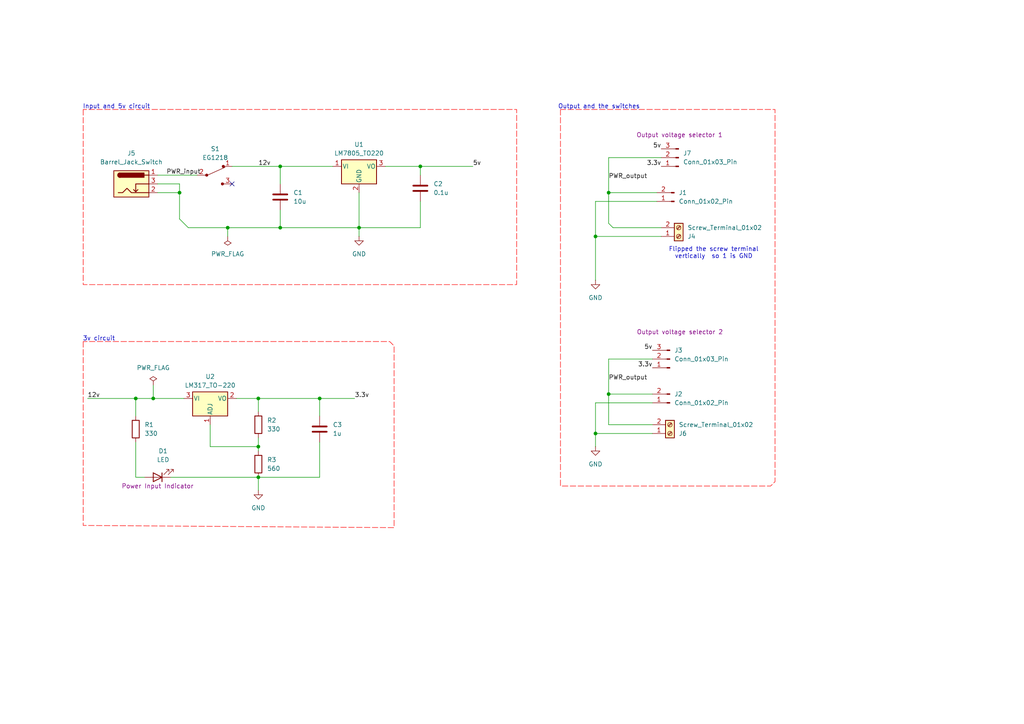
<source format=kicad_sch>
(kicad_sch (version 20250114) (generator "eeschema") (generator_version "9.0")
  (paper "A4")
  (title_block (title "Nurblinks") (date "2025-06-16") (rev "1"))
  (lib_symbols
    (symbol "Connector:Barrel_Jack_Switch" (pin_names (hide yes))
      (property "Reference" "J" (at 0 5.334 0))
      (property "Value" "Barrel_Jack_Switch" (at 0 -5.08 0))
      (symbol "Barrel_Jack_Switch_0_1"
        (rectangle (start -5.08 3.81) (end 5.08 -3.81) (stroke (width 0.254)) (fill (type background)))
        (polyline (pts (xy -3.81 -2.54) (xy -2.54 -2.54) (xy -1.27 -1.27) (xy 0 -2.54) (xy 2.54 -2.54) (xy 5.08 -2.54)) (stroke (width 0.254)))
        (arc (start -3.302 1.905) (mid -3.9343 2.54) (end -3.302 3.175) (stroke (width 0.254)))
        (arc (start -3.302 1.905) (mid -3.9343 2.54) (end -3.302 3.175) (stroke (width 0.254)) (fill (type outline)))
        (polyline (pts (xy 1.27 -2.286) (xy 1.905 -1.651)) (stroke (width 0.254)))
        (rectangle (start 3.683 3.175) (end -3.302 1.905) (stroke (width 0.254)) (fill (type outline)))
        (polyline (pts (xy 5.08 2.54) (xy 3.81 2.54)) (stroke (width 0.254)))
        (polyline (pts (xy 5.08 0) (xy 1.27 0) (xy 1.27 -2.286) (xy 0.635 -1.651)) (stroke (width 0.254)))
      )
      (symbol "Barrel_Jack_Switch_1_1"
        (pin passive line (at 7.62 2.54 180) (length 2.54) (name "~") (number "1"))
        (pin passive line (at 7.62 0 180) (length 2.54) (name "~") (number "3"))
        (pin passive line (at 7.62 -2.54 180) (length 2.54) (name "~") (number "2"))
      )
    )
    (symbol "Connector:Conn_01x02_Pin" (pin_names (offset 1.016) (hide yes))
      (property "Reference" "J" (at 0 2.54 0))
      (property "Value" "Conn_01x02_Pin" (at 0 -5.08 0))
      (symbol "Conn_01x02_Pin_1_1"
        (rectangle (start 0.8636 0.127) (end 0 -0.127) (stroke (width 0.1524)) (fill (type outline)))
        (rectangle (start 0.8636 -2.413) (end 0 -2.667) (stroke (width 0.1524)) (fill (type outline)))
        (polyline (pts (xy 1.27 0) (xy 0.8636 0)) (stroke (width 0.1524)))
        (polyline (pts (xy 1.27 -2.54) (xy 0.8636 -2.54)) (stroke (width 0.1524)))
        (pin passive line (at 5.08 0 180) (length 3.81) (name "Pin_1") (number "1"))
        (pin passive line (at 5.08 -2.54 180) (length 3.81) (name "Pin_2") (number "2"))
      )
    )
    (symbol "Connector:Conn_01x03_Pin" (pin_names (offset 1.016) (hide yes))
      (property "Reference" "J" (at 0 5.08 0))
      (property "Value" "Conn_01x03_Pin" (at 0 -5.08 0))
      (symbol "Conn_01x03_Pin_1_1"
        (rectangle (start 0.8636 2.667) (end 0 2.413) (stroke (width 0.1524)) (fill (type outline)))
        (rectangle (start 0.8636 0.127) (end 0 -0.127) (stroke (width 0.1524)) (fill (type outline)))
        (rectangle (start 0.8636 -2.413) (end 0 -2.667) (stroke (width 0.1524)) (fill (type outline)))
        (polyline (pts (xy 1.27 2.54) (xy 0.8636 2.54)) (stroke (width 0.1524)))
        (polyline (pts (xy 1.27 0) (xy 0.8636 0)) (stroke (width 0.1524)))
        (polyline (pts (xy 1.27 -2.54) (xy 0.8636 -2.54)) (stroke (width 0.1524)))
        (pin passive line (at 5.08 2.54 180) (length 3.81) (name "Pin_1") (number "1"))
        (pin passive line (at 5.08 0 180) (length 3.81) (name "Pin_2") (number "2"))
        (pin passive line (at 5.08 -2.54 180) (length 3.81) (name "Pin_3") (number "3"))
      )
    )
    (symbol "Connector:Screw_Terminal_01x02" (pin_names (offset 1.016) (hide yes))
      (property "Reference" "J" (at 0 2.54 0))
      (property "Value" "Screw_Terminal_01x02" (at 0 -5.08 0))
      (symbol "Screw_Terminal_01x02_1_1"
        (rectangle (start -1.27 1.27) (end 1.27 -3.81) (stroke (width 0.254)) (fill (type background)))
        (polyline (pts (xy -0.5334 0.3302) (xy 0.3302 -0.508)) (stroke (width 0.1524)))
        (polyline (pts (xy -0.5334 -2.2098) (xy 0.3302 -3.048)) (stroke (width 0.1524)))
        (polyline (pts (xy -0.3556 0.508) (xy 0.508 -0.3302)) (stroke (width 0.1524)))
        (polyline (pts (xy -0.3556 -2.032) (xy 0.508 -2.8702)) (stroke (width 0.1524)))
        (circle (center 0 0) (radius 0.635) (stroke (width 0.1524)))
        (circle (center 0 -2.54) (radius 0.635) (stroke (width 0.1524)))
        (pin passive line (at -5.08 0 0) (length 3.81) (name "Pin_1") (number "1"))
        (pin passive line (at -5.08 -2.54 0) (length 3.81) (name "Pin_2") (number "2"))
      )
    )
    (symbol "Device:C" (pin_numbers (hide yes)) (pin_names (offset 0.254))
      (property "Reference" "C" (at 0.635 2.54 0))
      (property "Value" "C" (at 0.635 -2.54 0))
      (symbol "C_0_1"
        (polyline (pts (xy -2.032 0.762) (xy 2.032 0.762)) (stroke (width 0.508)))
        (polyline (pts (xy -2.032 -0.762) (xy 2.032 -0.762)) (stroke (width 0.508)))
      )
      (symbol "C_1_1"
        (pin passive line (at 0 3.81 270) (length 2.794) (name "~") (number "1"))
        (pin passive line (at 0 -3.81 90) (length 2.794) (name "~") (number "2"))
      )
    )
    (symbol "Device:LED" (pin_numbers (hide yes)) (pin_names (offset 1.016) (hide yes))
      (property "Reference" "D" (at 0 2.54 0))
      (property "Value" "LED" (at 0 -2.54 0))
      (symbol "LED_0_1"
        (polyline (pts (xy -3.048 -0.762) (xy -4.572 -2.286) (xy -3.81 -2.286) (xy -4.572 -2.286) (xy -4.572 -1.524)))
        (polyline (pts (xy -1.778 -0.762) (xy -3.302 -2.286) (xy -2.54 -2.286) (xy -3.302 -2.286) (xy -3.302 -1.524)))
        (polyline (pts (xy -1.27 0) (xy 1.27 0)))
        (polyline (pts (xy -1.27 -1.27) (xy -1.27 1.27)) (stroke (width 0.254)))
        (polyline (pts (xy 1.27 -1.27) (xy 1.27 1.27) (xy -1.27 0) (xy 1.27 -1.27)) (stroke (width 0.254)))
      )
      (symbol "LED_1_1"
        (pin passive line (at -3.81 0 0) (length 2.54) (name "K") (number "1"))
        (pin passive line (at 3.81 0 180) (length 2.54) (name "A") (number "2"))
      )
    )
    (symbol "Device:R" (pin_numbers (hide yes)) (pin_names (offset 0))
      (property "Reference" "R" (at 2.032 0 90))
      (property "Value" "R" (at 0 0 90))
      (symbol "R_0_1"
        (rectangle (start -1.016 -2.54) (end 1.016 2.54) (stroke (width 0.254)))
      )
      (symbol "R_1_1"
        (pin passive line (at 0 3.81 270) (length 1.27) (name "~") (number "1"))
        (pin passive line (at 0 -3.81 90) (length 1.27) (name "~") (number "2"))
      )
    )
    (symbol "Regulator_Linear:LM317_TO-220" (pin_names (offset 0.254))
      (property "Reference" "U" (at -3.81 3.175 0))
      (property "Value" "LM317_TO-220" (at 0 3.175 0))
      (symbol "LM317_TO-220_0_1"
        (rectangle (start -5.08 1.905) (end 5.08 -5.08) (stroke (width 0.254)) (fill (type background)))
      )
      (symbol "LM317_TO-220_1_1"
        (pin power_in line (at -7.62 0 0) (length 2.54) (name "VI") (number "3"))
        (pin input line (at 0 -7.62 90) (length 2.54) (name "ADJ") (number "1"))
        (pin power_out line (at 7.62 0 180) (length 2.54) (name "VO") (number "2"))
      )
    )
    (symbol "Regulator_Linear:LM7805_TO220" (pin_names (offset 0.254))
      (property "Reference" "U" (at -3.81 3.175 0))
      (property "Value" "LM7805_TO220" (at 0 3.175 0))
      (symbol "LM7805_TO220_0_1"
        (rectangle (start -5.08 1.905) (end 5.08 -5.08) (stroke (width 0.254)) (fill (type background)))
      )
      (symbol "LM7805_TO220_1_1"
        (pin power_in line (at -7.62 0 0) (length 2.54) (name "VI") (number "1"))
        (pin power_in line (at 0 -7.62 90) (length 2.54) (name "GND") (number "2"))
        (pin power_out line (at 7.62 0 180) (length 2.54) (name "VO") (number "3"))
      )
    )
    (symbol "dk_Slide-Switches:EG1218" (pin_names (offset 0))
      (property "Reference" "S" (at -3.81 2.286 0))
      (property "Value" "EG1218" (at 0 -5.334 0))
      (symbol "EG1218_0_1"
        (circle (center -2.286 0) (radius 0.3556) (fill (type outline)))
        (polyline (pts (xy -2.032 0) (xy 3.048 2.286)))
        (circle (center 2.286 -2.54) (radius 0.3556) (fill (type outline)))
        (circle (center 2.54 2.54) (radius 0.3556) (fill (type outline)))
      )
      (symbol "EG1218_1_1"
        (pin passive line (at -5.08 0 0) (length 2.54) (name "~") (number "2"))
        (pin passive line (at 5.08 2.54 180) (length 2.54) (name "~") (number "1"))
        (pin passive line (at 5.08 -2.54 180) (length 2.54) (name "~") (number "3"))
      )
    )
    (symbol "power:GND" (power) (pin_numbers (hide yes)) (pin_names (offset 0) (hide yes))
      (property "Value" "GND" (at 0 -3.81 0))
      (symbol "GND_0_1"
        (polyline (pts (xy 0 0) (xy 0 -1.27) (xy 1.27 -1.27) (xy 0 -2.54) (xy -1.27 -1.27) (xy 0 -1.27)))
      )
      (symbol "GND_1_1"
        (pin power_in line (at 0 0 270) (length 0) (name "~") (number "1"))
      )
    )
    (symbol "power:PWR_FLAG" (power) (pin_numbers (hide yes)) (pin_names (offset 0) (hide yes))
      (property "Value" "PWR_FLAG" (at 0 3.81 0))
      (symbol "PWR_FLAG_0_0"
        (pin power_out line (at 0 0 90) (length 0) (name "~") (number "1"))
      )
      (symbol "PWR_FLAG_0_1"
        (polyline (pts (xy 0 0) (xy 0 1.27) (xy -1.016 1.905) (xy 0 2.54) (xy 1.016 1.905) (xy 0 1.27)))
      )
    )
  )
  (text "Output and the switches" (at 173.736 30.988 0) (effects (font (size 1.27 1.27))))
  (text "Input and 5v circuit" (at 33.782 30.988 0) (effects (font (size 1.27 1.27))))
  (text "3v circuit" (at 28.702 98.298 0) (effects (font (size 1.27 1.27))))
  (text "Flipped the screw terminal\n vertically  so 1 is GND " (at 207.01 73.406 0) (effects (font (size 1.27 1.27))))
  (junction (at 66.04 66.04))
  (junction (at 74.93 129.54))
  (junction (at 52.07 55.88))
  (junction (at 92.71 115.57))
  (junction (at 81.28 48.26))
  (junction (at 176.53 114.3))
  (junction (at 74.93 138.43))
  (junction (at 39.37 115.57))
  (junction (at 81.28 66.04))
  (junction (at 172.72 68.58))
  (junction (at 104.14 66.04))
  (junction (at 44.45 115.57))
  (junction (at 172.72 125.73))
  (junction (at 74.93 115.57))
  (junction (at 121.92 48.26))
  (junction (at 176.53 55.88))
  (no_connect (at 67.31 53.34))
  (wire (pts (xy 176.53 104.14) (xy 189.23 104.14)))
  (wire (pts (xy 52.07 53.34) (xy 52.07 55.88)))
  (wire (pts (xy 60.96 123.19) (xy 60.96 129.54)))
  (wire (pts (xy 54.61 66.04) (xy 66.04 66.04)))
  (wire (pts (xy 45.72 55.88) (xy 52.07 55.88)))
  (wire (pts (xy 81.28 48.26) (xy 96.52 48.26)))
  (wire (pts (xy 74.93 115.57) (xy 92.71 115.57)))
  (wire (pts (xy 25.4 115.57) (xy 39.37 115.57)))
  (wire (pts (xy 176.53 104.14) (xy 176.53 114.3)))
  (wire (pts (xy 52.07 63.5) (xy 54.61 66.04)))
  (wire (pts (xy 49.53 138.43) (xy 74.93 138.43)))
  (wire (pts (xy 172.72 116.84) (xy 189.23 116.84)))
  (wire (pts (xy 172.72 116.84) (xy 172.72 125.73)))
  (wire (pts (xy 92.71 115.57) (xy 102.87 115.57)))
  (wire (pts (xy 67.31 48.26) (xy 81.28 48.26)))
  (wire (pts (xy 176.53 55.88) (xy 176.53 64.77)))
  (wire (pts (xy 176.53 64.77) (xy 177.8 66.04)))
  (wire (pts (xy 121.92 58.42) (xy 121.92 66.04)))
  (wire (pts (xy 176.53 114.3) (xy 176.53 123.19)))
  (wire (pts (xy 45.72 53.34) (xy 52.07 53.34)))
  (wire (pts (xy 45.72 50.8) (xy 57.15 50.8)))
  (wire (pts (xy 176.53 45.72) (xy 191.77 45.72)))
  (wire (pts (xy 68.58 115.57) (xy 74.93 115.57)))
  (wire (pts (xy 172.72 125.73) (xy 172.72 129.54)))
  (wire (pts (xy 176.53 45.72) (xy 176.53 55.88)))
  (wire (pts (xy 92.71 115.57) (xy 92.71 120.65)))
  (wire (pts (xy 39.37 115.57) (xy 44.45 115.57)))
  (wire (pts (xy 172.72 68.58) (xy 172.72 81.28)))
  (wire (pts (xy 81.28 48.26) (xy 81.28 53.34)))
  (wire (pts (xy 66.04 66.04) (xy 81.28 66.04)))
  (wire (pts (xy 81.28 66.04) (xy 104.14 66.04)))
  (wire (pts (xy 81.28 60.96) (xy 81.28 66.04)))
  (wire (pts (xy 104.14 66.04) (xy 104.14 68.58)))
  (wire (pts (xy 66.04 66.04) (xy 66.04 68.58)))
  (wire (pts (xy 60.96 129.54) (xy 74.93 129.54)))
  (wire (pts (xy 176.53 114.3) (xy 189.23 114.3)))
  (wire (pts (xy 39.37 115.57) (xy 39.37 120.65)))
  (wire (pts (xy 172.72 68.58) (xy 191.77 68.58)))
  (wire (pts (xy 104.14 66.04) (xy 121.92 66.04)))
  (wire (pts (xy 111.76 48.26) (xy 121.92 48.26)))
  (wire (pts (xy 74.93 138.43) (xy 92.71 138.43)))
  (wire (pts (xy 172.72 58.42) (xy 172.72 68.58)))
  (wire (pts (xy 176.53 123.19) (xy 189.23 123.19)))
  (wire (pts (xy 172.72 58.42) (xy 190.5 58.42)))
  (wire (pts (xy 44.45 111.76) (xy 44.45 115.57)))
  (wire (pts (xy 44.45 115.57) (xy 53.34 115.57)))
  (wire (pts (xy 74.93 115.57) (xy 74.93 119.38)))
  (wire (pts (xy 74.93 138.43) (xy 74.93 142.24)))
  (wire (pts (xy 92.71 128.27) (xy 92.71 138.43)))
  (wire (pts (xy 104.14 55.88) (xy 104.14 66.04)))
  (wire (pts (xy 39.37 128.27) (xy 39.37 138.43)))
  (wire (pts (xy 121.92 48.26) (xy 121.92 50.8)))
  (wire (pts (xy 172.72 125.73) (xy 189.23 125.73)))
  (wire (pts (xy 52.07 55.88) (xy 52.07 63.5)))
  (wire (pts (xy 121.92 48.26) (xy 137.16 48.26)))
  (wire (pts (xy 39.37 138.43) (xy 41.91 138.43)))
  (wire (pts (xy 177.8 66.04) (xy 191.77 66.04)))
  (wire (pts (xy 74.93 129.54) (xy 74.93 130.81)))
  (wire (pts (xy 176.53 55.88) (xy 190.5 55.88)))
  (wire (pts (xy 74.93 127) (xy 74.93 129.54)))
  (label "3.3v" (at 102.87 115.57 0))
  (label "PWR_output" (at 176.53 52.07 0))
  (label "5v" (at 137.16 48.26 0))
  (label "5v" (at 189.23 101.6 180))
  (label "PWR_input" (at 48.26 50.8 0))
  (label "PWR_output" (at 176.53 110.49 0))
  (label "5v" (at 191.77 43.18 180))
  (label "3.3v" (at 189.23 106.68 180))
  (label "3.3v" (at 191.77 48.26 180))
  (label "12v" (at 25.4 115.57 0))
  (label "12v" (at 74.93 48.26 0))
  (rule_area (polyline (pts (xy 24.13 31.75) (xy 24.13 82.55) (xy 149.86 82.55) (xy 149.86 31.75)) (stroke (width 0) (type dash))))
  (rule_area (polyline (pts (xy 162.56 31.75) (xy 162.56 140.97) (xy 223.52 140.97) (xy 224.79 139.7) (xy 224.79 31.75)) (stroke (width 0) (type dash))))
  (rule_area (polyline (pts (xy 24.13 99.06) (xy 24.13 152.4) (xy 114.3 153.035) (xy 114.3 149.86) (xy 114.3 100.33) (xy 113.03 99.06)) (stroke (width 0) (type dash))))
  (symbol (lib_id "Device:C") (at 92.71 124.46 0) (unit 1)
    (property "Reference" "C3" (at 96.52 123.1899 0) (effects (justify left)))
    (property "Value" "1u" (at 96.52 125.7299 0) (effects (justify left)))
    (property "Footprint" "Capacitor_THT:C_Disc_D3.0mm_W1.6mm_P2.50mm" (effects (hide yes)))
    (property "Description" "Unpolarized capacitor" (effects (hide yes)))
  )
  (symbol (lib_id "power:GND") (at 74.93 142.24 0) (unit 1)
    (property "Reference" "#PWR02" (effects (hide yes)))
    (property "Value" "GND" (at 74.93 147.32 0))
    (property "Description" "Power symbol creates a global label with name \"GND\" , ground" (effects (hide yes)))
  )
  (symbol (lib_id "Device:LED") (at 45.72 138.43 180) (unit 1)
    (property "Reference" "D1" (at 47.3075 130.81 0))
    (property "Value" "LED" (at 47.3075 133.35 0))
    (property "Footprint" "LED_THT:LED_D5.0mm" (effects (hide yes)))
    (property "Description" "Light emitting diode" (effects (hide yes)))
    (property "Sim.Pins" "1=K 2=A" (effects (hide yes)))
    (property "Purpose" "Power Input Indicator" (at 45.72 140.97 0))
  )
  (symbol (lib_id "Device:R") (at 74.93 134.62 180) (unit 1)
    (property "Reference" "R3" (at 77.47 133.3499 0) (effects (justify right)))
    (property "Value" "560" (at 77.47 135.8899 0) (effects (justify right)))
    (property "Footprint" "Resistor_THT:R_Axial_DIN0204_L3.6mm_D1.6mm_P7.62mm_Horizontal" (effects (hide yes)))
    (property "Description" "Resistor" (effects (hide yes)))
  )
  (symbol (lib_id "Device:C") (at 121.92 54.61 0) (unit 1)
    (property "Reference" "C2" (at 125.73 53.3399 0) (effects (justify left)))
    (property "Value" "0.1u" (at 125.73 55.8799 0) (effects (justify left)))
    (property "Footprint" "Capacitor_THT:C_Disc_D3.0mm_W1.6mm_P2.50mm" (effects (hide yes)))
    (property "Description" "Unpolarized capacitor" (effects (hide yes)))
  )
  (symbol (lib_id "power:GND") (at 172.72 81.28 0) (unit 1)
    (property "Reference" "#PWR04" (effects (hide yes)))
    (property "Value" "GND" (at 172.72 86.36 0))
    (property "Description" "Power symbol creates a global label with name \"GND\" , ground" (effects (hide yes)))
  )
  (symbol (lib_id "Connector:Conn_01x03_Pin") (at 196.85 45.72 180) (unit 1)
    (property "Reference" "J7" (at 198.12 44.4499 0) (effects (justify right)))
    (property "Value" "Conn_01x03_Pin" (at 198.12 46.9899 0) (effects (justify right)))
    (property "Footprint" "Connector_PinHeader_2.54mm:PinHeader_1x03_P2.54mm_Vertical" (effects (hide yes)))
    (property "Description" "Generic connector, single row, 01x03, script generated" (effects (hide yes)))
    (property "Purpose" "Output voltage selector 1" (at 197.104 39.116 0))
  )
  (symbol (lib_id "Connector:Conn_01x02_Pin") (at 194.31 116.84 180) (unit 1)
    (property "Reference" "J2" (at 195.58 114.2999 0) (effects (justify right)))
    (property "Value" "Conn_01x02_Pin" (at 195.58 116.8399 0) (effects (justify right)))
    (property "Footprint" "Connector_PinHeader_2.54mm:PinHeader_1x02_P2.54mm_Vertical" (effects (hide yes)))
    (property "Description" "Generic connector, single row, 01x02, script generated" (effects (hide yes)))
  )
  (symbol (lib_id "Device:C") (at 81.28 57.15 0) (unit 1)
    (property "Reference" "C1" (at 85.09 55.8799 0) (effects (justify left)))
    (property "Value" "10u" (at 85.09 58.4199 0) (effects (justify left)))
    (property "Footprint" "Capacitor_THT:C_Disc_D3.0mm_W1.6mm_P2.50mm" (effects (hide yes)))
    (property "Description" "Unpolarized capacitor" (effects (hide yes)))
  )
  (symbol (lib_id "Regulator_Linear:LM317_TO-220") (at 60.96 115.57 0) (unit 1)
    (property "Reference" "U2" (at 60.96 109.22 0))
    (property "Value" "LM317_TO-220" (at 60.96 111.76 0))
    (property "Footprint" "Package_TO_SOT_THT:TO-220-3_Vertical" (effects (hide yes)))
    (property "Datasheet" "http://www.ti.com/lit/ds/symlink/lm317.pdf" (effects (hide yes)))
    (property "Description" "1.5A 35V Adjustable Linear Regulator, TO-220" (effects (hide yes)))
  )
  (symbol (lib_id "power:PWR_FLAG") (at 44.45 111.76 0) (unit 1)
    (property "Reference" "#FLG02" (effects (hide yes)))
    (property "Value" "PWR_FLAG" (at 44.45 106.68 0))
    (property "Description" "Special symbol for telling ERC where power comes from" (effects (hide yes)))
  )
  (symbol (lib_id "power:PWR_FLAG") (at 66.04 68.58 180) (unit 1)
    (property "Reference" "#FLG01" (effects (hide yes)))
    (property "Value" "PWR_FLAG" (at 66.04 73.66 0))
    (property "Description" "Special symbol for telling ERC where power comes from" (effects (hide yes)))
  )
  (symbol (lib_id "Connector:Conn_01x03_Pin") (at 194.31 104.14 180) (unit 1)
    (property "Reference" "J3" (at 195.58 101.5999 0) (effects (justify right)))
    (property "Value" "Conn_01x03_Pin" (at 195.58 104.1399 0) (effects (justify right)))
    (property "Footprint" "Connector_PinHeader_2.54mm:PinHeader_1x03_P2.54mm_Vertical" (effects (hide yes)))
    (property "Description" "Generic connector, single row, 01x03, script generated" (effects (hide yes)))
    (property "Purpose" "Output voltage selector 2" (at 184.658 96.266 0) (effects (justify right)))
  )
  (symbol (lib_id "power:GND") (at 172.72 129.54 0) (unit 1)
    (property "Reference" "#PWR03" (effects (hide yes)))
    (property "Value" "GND" (at 172.72 134.62 0))
    (property "Description" "Power symbol creates a global label with name \"GND\" , ground" (effects (hide yes)))
  )
  (symbol (lib_id "Regulator_Linear:LM7805_TO220") (at 104.14 48.26 0) (unit 1)
    (property "Reference" "U1" (at 104.14 41.91 0))
    (property "Value" "LM7805_TO220" (at 104.14 44.45 0))
    (property "Footprint" "Package_TO_SOT_THT:TO-220-3_Vertical" (effects (hide yes)))
    (property "Datasheet" "https://www.onsemi.cn/PowerSolutions/document/MC7800-D.PDF" (effects (hide yes)))
    (property "Description" "Positive 1A 35V Linear Regulator, Fixed Output 5V, TO-220" (effects (hide yes)))
  )
  (symbol (lib_id "Connector:Screw_Terminal_01x02") (at 196.85 68.58 0) (mirror x) (unit 1)
    (property "Reference" "J4" (at 199.39 68.5801 0) (effects (justify left)))
    (property "Value" "Screw_Terminal_01x02" (at 199.39 66.0401 0) (effects (justify left)))
    (property "Footprint" "TerminalBlock:TerminalBlock_bornier-2_P5.08mm" (effects (hide yes)))
    (property "Description" "Generic screw terminal, single row, 01x02, script generated (kicad-library-utils/schlib/autogen/connector/)" (effects (hide yes)))
  )
  (symbol (lib_id "Connector:Screw_Terminal_01x02") (at 194.31 125.73 0) (mirror x) (unit 1)
    (property "Reference" "J6" (at 196.85 125.7301 0) (effects (justify left)))
    (property "Value" "Screw_Terminal_01x02" (at 196.85 123.1901 0) (effects (justify left)))
    (property "Footprint" "TerminalBlock:TerminalBlock_bornier-2_P5.08mm" (effects (hide yes)))
    (property "Description" "Generic screw terminal, single row, 01x02, script generated (kicad-library-utils/schlib/autogen/connector/)" (effects (hide yes)))
  )
  (symbol (lib_id "Device:R") (at 39.37 124.46 180) (unit 1)
    (property "Reference" "R1" (at 41.91 123.1899 0) (effects (justify right)))
    (property "Value" "330" (at 41.91 125.7299 0) (effects (justify right)))
    (property "Footprint" "Resistor_THT:R_Axial_DIN0204_L3.6mm_D1.6mm_P7.62mm_Horizontal" (effects (hide yes)))
    (property "Description" "Resistor" (effects (hide yes)))
  )
  (symbol (lib_id "dk_Slide-Switches:EG1218") (at 62.23 50.8 0) (unit 1)
    (property "Reference" "S1" (at 62.4332 43.18 0))
    (property "Value" "EG1218" (at 62.4332 45.72 0))
    (property "Footprint" "digikey-footprints:Switch_Slide_11.6x4mm_EG1218" (effects (hide yes)))
    (property "Datasheet" "http://spec_sheets.e-switch.com/specs/P040040.pdf" (effects (hide yes)))
    (property "Description" "SWITCH SLIDE SPDT 200MA 30V" (effects (hide yes)))
    (property "Digi-Key_PN" "EG1903-ND" (effects (hide yes)))
    (property "MPN" "EG1218" (effects (hide yes)))
    (property "Category" "Switches" (effects (hide yes)))
    (property "Family" "Slide Switches" (effects (hide yes)))
    (property "DK_Datasheet_Link" "http://spec_sheets.e-switch.com/specs/P040040.pdf" (effects (hide yes)))
    (property "DK_Detail_Page" "/product-detail/en/e-switch/EG1218/EG1903-ND/101726" (effects (hide yes)))
    (property "Description_1" "SWITCH SLIDE SPDT 200MA 30V" (effects (hide yes)))
    (property "Manufacturer" "E-Switch" (effects (hide yes)))
    (property "Status" "Active" (effects (hide yes)))
  )
  (symbol (lib_id "Connector:Barrel_Jack_Switch") (at 38.1 53.34 0) (unit 1)
    (property "Reference" "J5" (at 38.1 44.45 0))
    (property "Value" "Barrel_Jack_Switch" (at 38.1 46.99 0))
    (property "Footprint" "Connector_BarrelJack:BarrelJack_Horizontal" (effects (hide yes)))
    (property "Description" "DC Barrel Jack with an internal switch" (effects (hide yes)))
  )
  (symbol (lib_id "Connector:Conn_01x02_Pin") (at 195.58 58.42 180) (unit 1)
    (property "Reference" "J1" (at 196.85 55.8799 0) (effects (justify right)))
    (property "Value" "Conn_01x02_Pin" (at 196.85 58.4199 0) (effects (justify right)))
    (property "Footprint" "Connector_PinHeader_2.54mm:PinHeader_1x02_P2.54mm_Vertical" (effects (hide yes)))
    (property "Description" "Generic connector, single row, 01x02, script generated" (effects (hide yes)))
  )
  (symbol (lib_id "Device:R") (at 74.93 123.19 180) (unit 1)
    (property "Reference" "R2" (at 77.47 121.9199 0) (effects (justify right)))
    (property "Value" "330" (at 77.47 124.4599 0) (effects (justify right)))
    (property "Footprint" "Resistor_THT:R_Axial_DIN0204_L3.6mm_D1.6mm_P7.62mm_Horizontal" (effects (hide yes)))
    (property "Description" "Resistor" (effects (hide yes)))
  )
  (symbol (lib_id "power:GND") (at 104.14 68.58 0) (unit 1)
    (property "Reference" "#PWR01" (effects (hide yes)))
    (property "Value" "GND" (at 104.14 73.66 0))
    (property "Description" "Power symbol creates a global label with name \"GND\" , ground" (effects (hide yes)))
  )
)
</source>
